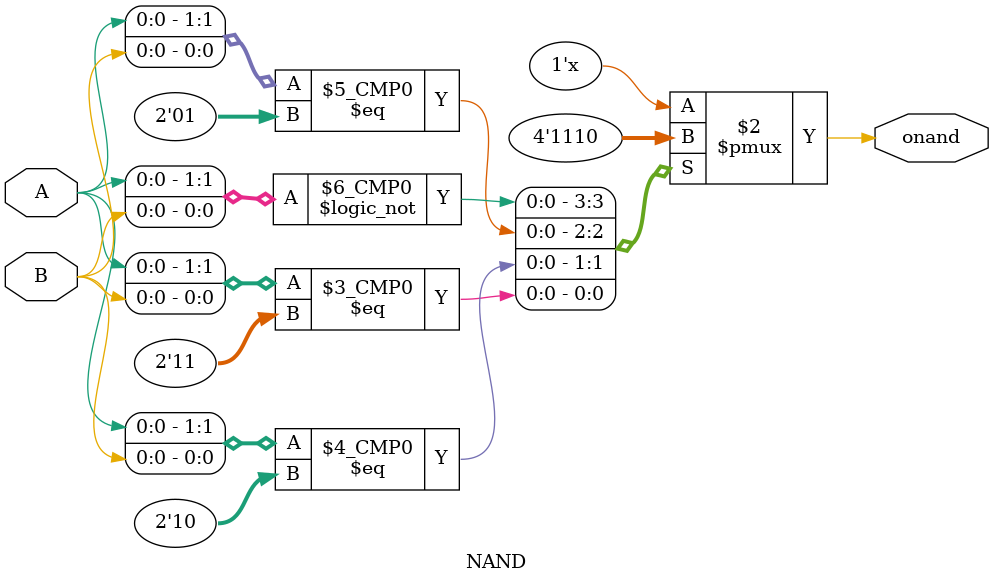
<source format=v>
module NAND (output reg onand, input A, B);
always @(A,B)//always is monitoring these inputs, this is the sensitivity list
    case ({A,B})//The curly braces is concatenating the values for these two inputs
                //this operates like a switch case
        2'b00:onand=1;//2 is saying the number of 
        2'b01:onand=1;
        2'b10:onand=1;
        2'b11:onand=0;
    endcase
endmodule
</source>
